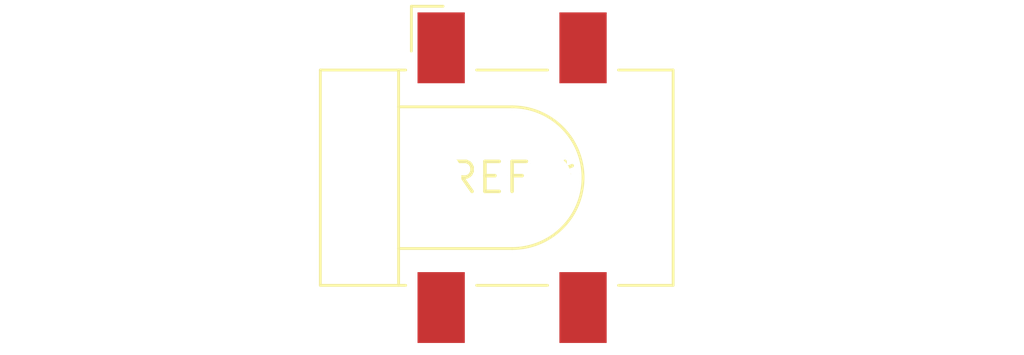
<source format=kicad_pcb>
(kicad_pcb (version 20240108) (generator pcbnew)
  (layers (0 "F.Cu" signal) (31 "B.Cu" signal) (34 "B.Paste" user) (35 "F.Paste" user) (36 "B.SilkS" user "B.Silkscreen") (37 "F.SilkS" user "F.Silkscreen") (38 "B.Mask" user) (39 "F.Mask" user) (44 "Edge.Cuts" user))
  (net 0 "")
  (footprint "BarrelJack_CLIFF_FC681465S_SMT_Horizontal" (layer "F.Cu") (at 0 0)
    (property "Reference" "REF**")
    (property "Value" "BarrelJack_CLIFF_FC681465S_SMT_Horizontal")
    (fp_line (start -8.11 -4.56) (end -4.5 -4.56) (layer "F.SilkS") (stroke (width 0.12)))
    (fp_line (start -8.11 4.56) (end -8.11 -4.56) (layer "F.SilkS") (stroke (width 0.12)))
    (fp_line (start -8.11 4.56) (end -4.5 4.56) (layer "F.SilkS") (stroke (width 0.12)))
    (fp_line (start -4.8 -3) (end 0 -3) (layer "F.SilkS") (stroke (width 0.12)))
    (fp_line (start -4.8 3) (end 0 3) (layer "F.SilkS") (stroke (width 0.12)))
    (fp_line (start -4.8 4.56) (end -4.8 -4.56) (layer "F.SilkS") (stroke (width 0.12)))
    (fp_line (start -4.26 -7.26) (end -4.26 -5.36) (layer "F.SilkS") (stroke (width 0.12)))
    (fp_line (start -2.92 -7.26) (end -4.26 -7.26) (layer "F.SilkS") (stroke (width 0.12)))
    (fp_line (start -1.5 -4.56) (end 1.5 -4.56) (layer "F.SilkS") (stroke (width 0.12)))
    (fp_line (start -1.5 4.56) (end 1.5 4.56) (layer "F.SilkS") (stroke (width 0.12)))
    (fp_line (start 4.5 -4.56) (end 6.81 -4.56) (layer "F.SilkS") (stroke (width 0.12)))
    (fp_line (start 4.5 4.56) (end 6.81 4.56) (layer "F.SilkS") (stroke (width 0.12)))
    (fp_line (start 6.81 4.56) (end 6.81 -4.56) (layer "F.SilkS") (stroke (width 0.12)))
    (fp_arc (start 0 -3) (mid 3 0) (end 0 3) (layer "F.SilkS") (stroke (width 0.12)))
    (pad "" np_thru_hole oval (at -2.9 0 90) (size 2 1.5) (drill oval 2 1.5) (layers *.Cu *.Mask))
    (pad "" np_thru_hole circle (at 1.5 0 90) (size 2 2) (drill 2) (layers *.Cu *.Mask))
    (pad "1" smd rect (at -3 -5.5 90) (size 3 2) (layers "F.Cu" "F.Paste" "F.Mask"))
    (pad "1" smd rect (at 3 -5.5 90) (size 3 2) (layers "F.Cu" "F.Paste" "F.Mask"))
    (pad "2" smd rect (at 3 5.5 90) (size 3 2) (layers "F.Cu" "F.Paste" "F.Mask"))
    (pad "3" smd rect (at -3 5.5 90) (size 3 2) (layers "F.Cu" "F.Paste" "F.Mask"))
  )
)
</source>
